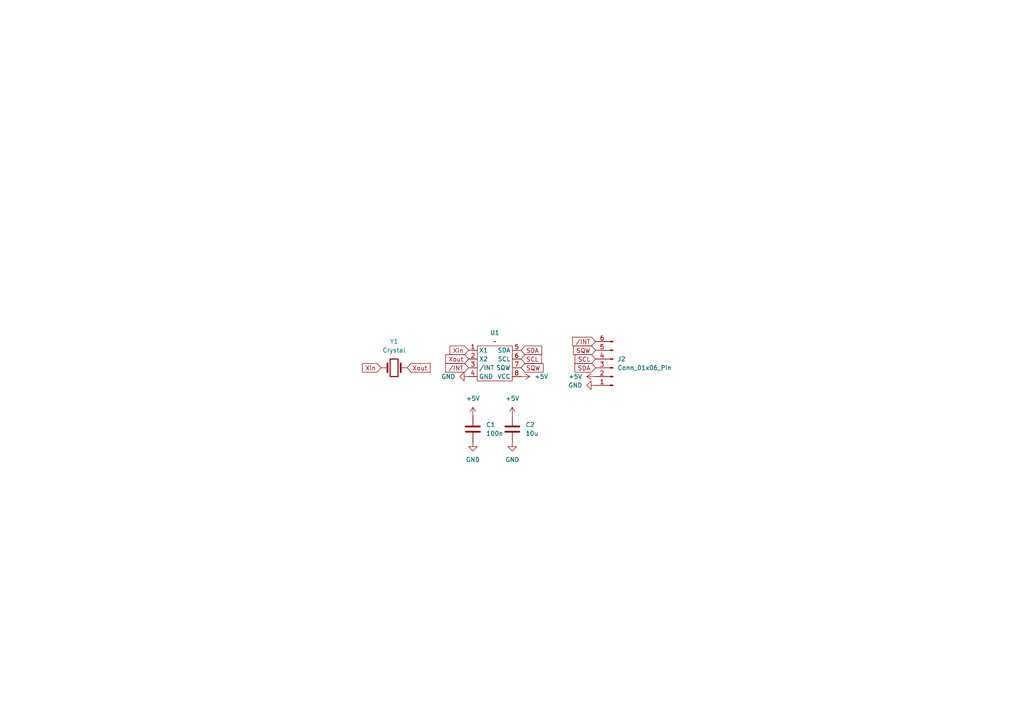
<source format=kicad_sch>
(kicad_sch (version 20231120) (generator "eeschema") (generator_version "8.0")
  (paper "A4")
  (lib_symbols
    (symbol "Connector:Conn_01x06_Pin" (pin_names (offset 1.016) hide)
      (property "Reference" "J" (at 0 7.62 0))
      (property "Value" "Conn_01x06_Pin" (at 0 -10.16 0))
      (symbol "Conn_01x06_Pin_1_1"
        (polyline (pts (xy 1.27 -7.62) (xy 0.8636 -7.62)) (stroke (width 0.1524)))
        (polyline (pts (xy 1.27 -5.08) (xy 0.8636 -5.08)) (stroke (width 0.1524)))
        (polyline (pts (xy 1.27 -2.54) (xy 0.8636 -2.54)) (stroke (width 0.1524)))
        (polyline (pts (xy 1.27 0) (xy 0.8636 0)) (stroke (width 0.1524)))
        (polyline (pts (xy 1.27 2.54) (xy 0.8636 2.54)) (stroke (width 0.1524)))
        (polyline (pts (xy 1.27 5.08) (xy 0.8636 5.08)) (stroke (width 0.1524)))
        (rectangle (start 0.8636 -7.493) (end 0 -7.747) (stroke (width 0.1524)) (fill (type outline)))
        (rectangle (start 0.8636 -4.953) (end 0 -5.207) (stroke (width 0.1524)) (fill (type outline)))
        (rectangle (start 0.8636 -2.413) (end 0 -2.667) (stroke (width 0.1524)) (fill (type outline)))
        (rectangle (start 0.8636 0.127) (end 0 -0.127) (stroke (width 0.1524)) (fill (type outline)))
        (rectangle (start 0.8636 2.667) (end 0 2.413) (stroke (width 0.1524)) (fill (type outline)))
        (rectangle (start 0.8636 5.207) (end 0 4.953) (stroke (width 0.1524)) (fill (type outline)))
        (pin passive line (at 5.08 5.08 180) (length 3.81) (name "Pin_1") (number "1"))
        (pin passive line (at 5.08 2.54 180) (length 3.81) (name "Pin_2") (number "2"))
        (pin passive line (at 5.08 0 180) (length 3.81) (name "Pin_3") (number "3"))
        (pin passive line (at 5.08 -2.54 180) (length 3.81) (name "Pin_4") (number "4"))
        (pin passive line (at 5.08 -5.08 180) (length 3.81) (name "Pin_5") (number "5"))
        (pin passive line (at 5.08 -7.62 180) (length 3.81) (name "Pin_6") (number "6"))
      )
    )
    (symbol "Device:C" (pin_numbers hide) (pin_names (offset 0.254))
      (property "Reference" "C" (at 0.635 2.54 0))
      (property "Value" "C" (at 0.635 -2.54 0))
      (symbol "C_0_1"
        (polyline (pts (xy -2.032 -0.762) (xy 2.032 -0.762)) (stroke (width 0.508)))
        (polyline (pts (xy -2.032 0.762) (xy 2.032 0.762)) (stroke (width 0.508)))
      )
      (symbol "C_1_1"
        (pin passive line (at 0 3.81 270) (length 2.794) (name "~") (number "1"))
        (pin passive line (at 0 -3.81 90) (length 2.794) (name "~") (number "2"))
      )
    )
    (symbol "Device:Crystal" (pin_numbers hide) (pin_names (offset 1.016) hide)
      (property "Reference" "Y" (at 0 3.81 0))
      (property "Value" "Crystal" (at 0 -3.81 0))
      (symbol "Crystal_0_1"
        (rectangle (start -1.143 2.54) (end 1.143 -2.54) (stroke (width 0.3048)))
        (polyline (pts (xy -2.54 0) (xy -1.905 0)))
        (polyline (pts (xy -1.905 -1.27) (xy -1.905 1.27)) (stroke (width 0.508)))
        (polyline (pts (xy 1.905 -1.27) (xy 1.905 1.27)) (stroke (width 0.508)))
        (polyline (pts (xy 2.54 0) (xy 1.905 0)))
      )
      (symbol "Crystal_1_1"
        (pin passive line (at -3.81 0 0) (length 1.27) (name "1") (number "1"))
        (pin passive line (at 3.81 0 180) (length 1.27) (name "2") (number "2"))
      )
    )
    (symbol "Nyfea_FRTC8563S:FRTC8563S"
      (property "Reference" "U" (at 0 6.35 0))
      (symbol "FRTC8563S_0_1"
        (rectangle (start -5.08 5.08) (end 5.08 -5.08))
      )
      (symbol "FRTC8563S_1_1"
        (pin input line (at -7.62 3.81 0) (length 2.54) (name "X1") (number "1"))
        (pin output line (at -7.62 1.27 0) (length 2.54) (name "X2") (number "2"))
        (pin output line (at -7.62 -1.27 0) (length 2.54) (name "/INT") (number "3"))
        (pin power_out line (at -7.62 -3.81 0) (length 2.54) (name "GND") (number "4"))
        (pin bidirectional line (at 7.62 3.81 180) (length 2.54) (name "SDA") (number "5"))
        (pin input line (at 7.62 1.27 180) (length 2.54) (name "SCL") (number "6"))
        (pin output line (at 7.62 -1.27 180) (length 2.54) (name "SQW") (number "7"))
        (pin power_out line (at 7.62 -3.81 180) (length 2.54) (name "VCC") (number "8"))
      )
    )
    (symbol "power:+5V" (power) (pin_numbers hide) (pin_names (offset 0) hide)
      (property "Value" "+5V" (at 0 3.556 0))
      (symbol "+5V_0_1"
        (polyline (pts (xy -0.762 1.27) (xy 0 2.54)))
        (polyline (pts (xy 0 0) (xy 0 2.54)))
        (polyline (pts (xy 0 2.54) (xy 0.762 1.27)))
      )
      (symbol "+5V_1_1"
        (pin power_in line (at 0 0 90) (length 0) (name "~") (number "1"))
      )
    )
    (symbol "power:GND" (power) (pin_numbers hide) (pin_names (offset 0) hide)
      (property "Value" "GND" (at 0 -3.81 0))
      (symbol "GND_0_1"
        (polyline (pts (xy 0 0) (xy 0 -1.27) (xy 1.27 -1.27) (xy 0 -2.54) (xy -1.27 -1.27) (xy 0 -1.27)))
      )
      (symbol "GND_1_1"
        (pin power_in line (at 0 0 270) (length 0) (name "~") (number "1"))
      )
    )
  )
  (global_label "Xin" (shape input) (at 110.49 106.68 180) (property "Intersheetrefs" "${INTERSHEET_REFS}" (effects (hide yes))))
  (global_label "Xout" (shape input) (at 135.89 104.14 180) (property "Intersheetrefs" "${INTERSHEET_REFS}" (effects (hide yes))))
  (global_label "Xin" (shape input) (at 135.89 101.6 180) (property "Intersheetrefs" "${INTERSHEET_REFS}" (effects (hide yes))))
  (global_label "SDA" (shape input) (at 172.72 106.68 180) (property "Intersheetrefs" "${INTERSHEET_REFS}" (effects (hide yes))))
  (global_label "SCL" (shape input) (at 172.72 104.14 180) (property "Intersheetrefs" "${INTERSHEET_REFS}" (effects (hide yes))))
  (global_label "SCL" (shape input) (at 151.13 104.14 0) (property "Intersheetrefs" "${INTERSHEET_REFS}" (effects (hide yes))))
  (global_label "Xout" (shape input) (at 118.11 106.68 0) (property "Intersheetrefs" "${INTERSHEET_REFS}" (effects (hide yes))))
  (global_label "{slash}INT" (shape input) (at 135.89 106.68 180) (property "Intersheetrefs" "${INTERSHEET_REFS}" (effects (hide yes))))
  (global_label "SDA" (shape input) (at 151.13 101.6 0) (property "Intersheetrefs" "${INTERSHEET_REFS}" (effects (hide yes))))
  (global_label "SQW" (shape input) (at 151.13 106.68 0) (property "Intersheetrefs" "${INTERSHEET_REFS}" (effects (hide yes))))
  (global_label "SQW" (shape input) (at 172.72 101.6 180) (property "Intersheetrefs" "${INTERSHEET_REFS}" (effects (hide yes))))
  (global_label "{slash}INT" (shape input) (at 172.72 99.06 180) (property "Intersheetrefs" "${INTERSHEET_REFS}" (effects (hide yes))))
  (symbol (lib_id "Device:Crystal") (at 114.3 106.68 0) (unit 1)
    (property "Reference" "Y1" (at 114.3 99.06 0))
    (property "Value" "Crystal" (at 114.3 101.6 0))
    (property "Footprint" "Crystal:Crystal_C26-LF_D2.1mm_L6.5mm_Horizontal" (effects (hide yes)))
    (property "Description" "Two pin crystal" (effects (hide yes)))
  )
  (symbol (lib_id "power:+5V") (at 148.59 120.65 0) (unit 1)
    (property "Reference" "#PWR08" (effects (hide yes)))
    (property "Value" "+5V" (at 148.59 115.57 0))
    (property "Description" "Power symbol creates a global label with name \"+5V\"" (effects (hide yes)))
  )
  (symbol (lib_id "power:+5V") (at 151.13 109.22 270) (unit 1)
    (property "Reference" "#PWR02" (effects (hide yes)))
    (property "Value" "+5V" (at 154.94 109.2199 90) (effects (justify left)))
    (property "Description" "Power symbol creates a global label with name \"+5V\"" (effects (hide yes)))
  )
  (symbol (lib_id "Device:C") (at 137.16 124.46 0) (unit 1)
    (property "Reference" "C1" (at 140.97 123.1899 0) (effects (justify left)))
    (property "Value" "100n" (at 140.97 125.7299 0) (effects (justify left)))
    (property "Footprint" "Capacitor_SMD:C_1206_3216Metric_Pad1.33x1.80mm_HandSolder" (effects (hide yes)))
    (property "Description" "Unpolarized capacitor" (effects (hide yes)))
  )
  (symbol (lib_id "Nyfea_FRTC8563S:FRTC8563S") (at 143.51 105.41 0) (unit 1)
    (property "Reference" "U1" (at 143.51 96.52 0))
    (property "Value" "~" (at 143.51 99.06 0))
    (property "Footprint" "Package_SO:SOP-8_3.9x4.9mm_P1.27mm" (effects (hide yes)))
  )
  (symbol (lib_id "Connector:Conn_01x06_Pin") (at 177.8 106.68 180) (unit 1)
    (property "Reference" "J2" (at 179.07 104.1399 0) (effects (justify right)))
    (property "Value" "Conn_01x06_Pin" (at 179.07 106.6799 0) (effects (justify right)))
    (property "Footprint" "Connector_PinHeader_2.54mm:PinHeader_1x06_P2.54mm_Vertical" (effects (hide yes)))
    (property "Description" "Generic connector, single row, 01x06, script generated" (effects (hide yes)))
  )
  (symbol (lib_id "Device:C") (at 148.59 124.46 0) (unit 1)
    (property "Reference" "C2" (at 152.4 123.1899 0) (effects (justify left)))
    (property "Value" "10u" (at 152.4 125.7299 0) (effects (justify left)))
    (property "Footprint" "Capacitor_SMD:C_1206_3216Metric_Pad1.33x1.80mm_HandSolder" (effects (hide yes)))
    (property "Description" "Unpolarized capacitor" (effects (hide yes)))
  )
  (symbol (lib_id "power:GND") (at 148.59 128.27 0) (unit 1)
    (property "Reference" "#PWR05" (effects (hide yes)))
    (property "Value" "GND" (at 148.59 133.35 0))
    (property "Description" "Power symbol creates a global label with name \"GND\" , ground" (effects (hide yes)))
  )
  (symbol (lib_id "power:GND") (at 135.89 109.22 270) (unit 1)
    (property "Reference" "#PWR01" (effects (hide yes)))
    (property "Value" "GND" (at 132.08 109.2199 90) (effects (justify right)))
    (property "Description" "Power symbol creates a global label with name \"GND\" , ground" (effects (hide yes)))
  )
  (symbol (lib_id "power:GND") (at 137.16 128.27 0) (unit 1)
    (property "Reference" "#PWR06" (effects (hide yes)))
    (property "Value" "GND" (at 137.16 133.35 0))
    (property "Description" "Power symbol creates a global label with name \"GND\" , ground" (effects (hide yes)))
  )
  (symbol (lib_id "power:+5V") (at 137.16 120.65 0) (unit 1)
    (property "Reference" "#PWR07" (effects (hide yes)))
    (property "Value" "+5V" (at 137.16 115.57 0))
    (property "Description" "Power symbol creates a global label with name \"+5V\"" (effects (hide yes)))
  )
  (symbol (lib_id "power:+5V") (at 172.72 109.22 90) (unit 1)
    (property "Reference" "#PWR03" (effects (hide yes)))
    (property "Value" "+5V" (at 168.91 109.2199 90) (effects (justify left)))
    (property "Description" "Power symbol creates a global label with name \"+5V\"" (effects (hide yes)))
  )
  (symbol (lib_id "power:GND") (at 172.72 111.76 270) (unit 1)
    (property "Reference" "#PWR04" (effects (hide yes)))
    (property "Value" "GND" (at 168.91 111.7599 90) (effects (justify right)))
    (property "Description" "Power symbol creates a global label with name \"GND\" , ground" (effects (hide yes)))
  )
)
</source>
